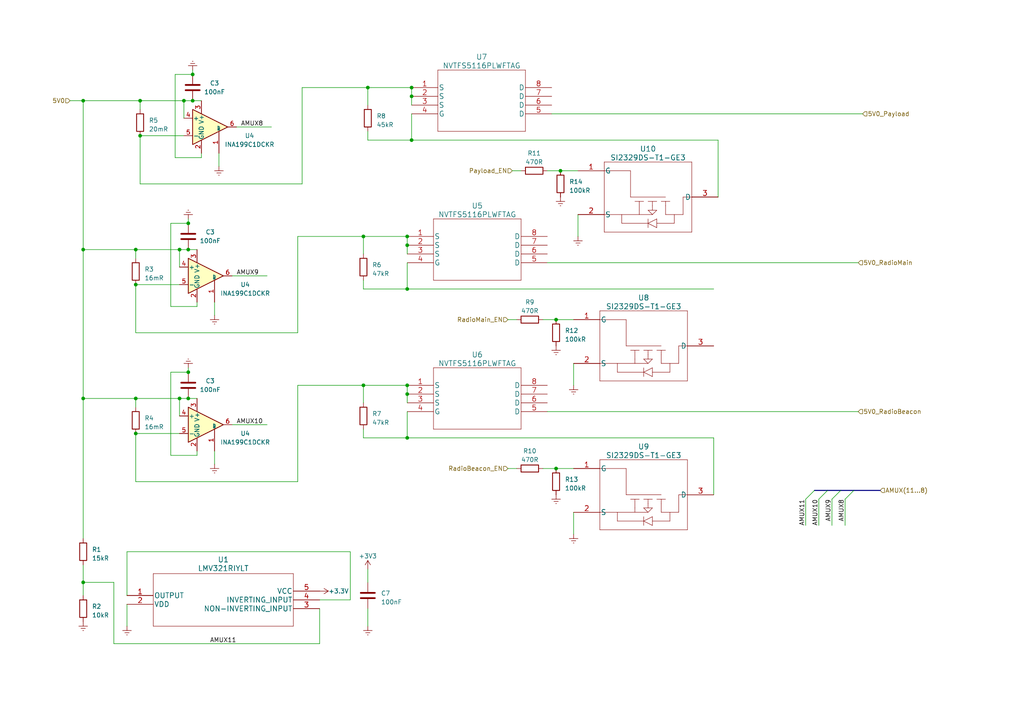
<source format=kicad_sch>
(kicad_sch (version 20230121) (generator eeschema)
  (paper "A4")
  (lib_symbols
    (symbol "Amplifier_Current:INA199xxDCK" (pin_names (offset 0.127))
      (property "Reference" "U" (at 3.81 3.81 0))
      (property "Value" "INA199xxDCK" (at 3.81 -2.54 0))
      (symbol "INA199xxDCK_0_1"
        (polyline (pts (xy 5.08 0) (xy -5.08 5.08) (xy -5.08 -5.08) (xy 5.08 0)) (stroke (width 0.254)) (fill (type background)))
      )
      (symbol "INA199xxDCK_1_1"
        (pin input line (at 2.54 -7.62 90) (length 6.35) (name "REF") (number "1"))
        (pin power_in line (at -2.54 -7.62 90) (length 3.81) (name "GND") (number "2"))
        (pin power_in line (at -2.54 7.62 270) (length 3.81) (name "V+") (number "3"))
        (pin input line (at -7.62 2.54 0) (length 2.54) (name "+") (number "4"))
        (pin input line (at -7.62 -2.54 0) (length 2.54) (name "-") (number "5"))
        (pin output line (at 7.62 0 180) (length 2.54) (name "~") (number "6"))
      )
    )
    (symbol "Device:C" (pin_numbers hide) (pin_names (offset 0.254))
      (property "Reference" "C" (at 0.635 2.54 0))
      (property "Value" "C" (at 0.635 -2.54 0))
      (symbol "C_0_1"
        (polyline (pts (xy -2.032 -0.762) (xy 2.032 -0.762)) (stroke (width 0.508)))
        (polyline (pts (xy -2.032 0.762) (xy 2.032 0.762)) (stroke (width 0.508)))
      )
      (symbol "C_1_1"
        (pin passive line (at 0 3.81 270) (length 2.794) (name "~") (number "1"))
        (pin passive line (at 0 -3.81 90) (length 2.794) (name "~") (number "2"))
      )
    )
    (symbol "Device:R" (pin_numbers hide) (pin_names (offset 0))
      (property "Reference" "R" (at 2.032 0 90))
      (property "Value" "R" (at 0 0 90))
      (symbol "R_0_1"
        (rectangle (start -1.016 -2.54) (end 1.016 2.54) (stroke (width 0.254)))
      )
      (symbol "R_1_1"
        (pin passive line (at 0 3.81 270) (length 1.27) (name "~") (number "1"))
        (pin passive line (at 0 -3.81 90) (length 1.27) (name "~") (number "2"))
      )
    )
    (symbol "LMV321RIYLT:LMV321RIYLT" (pin_names (offset 0.254))
      (property "Reference" "U1" (at 48.26 9.144 0))
      (property "Value" "LMV321RIYLT" (at 48.26 6.604 0))
      (symbol "LMV321RIYLT_1_1"
        (polyline (pts (xy 27.94 -10.16) (xy 68.58 -10.16)) (stroke (width 0.127)))
        (polyline (pts (xy 27.94 5.08) (xy 27.94 -10.16)) (stroke (width 0.127)))
        (polyline (pts (xy 68.58 -10.16) (xy 68.58 5.08)) (stroke (width 0.127)))
        (polyline (pts (xy 68.58 5.08) (xy 27.94 5.08)) (stroke (width 0.127)))
        (pin output line (at 20.32 -1.27 0) (length 7.62) (name "OUTPUT") (number "1"))
        (pin power_in line (at 20.32 -3.81 0) (length 7.62) (name "VDD") (number "2"))
        (pin input line (at 76.2 -5.08 180) (length 7.62) (name "NON-INVERTING_INPUT") (number "3"))
        (pin input line (at 76.2 -2.54 180) (length 7.62) (name "INVERTING_INPUT") (number "4"))
        (pin power_in line (at 76.2 0 180) (length 7.62) (name "VCC") (number "5"))
      )
    )
    (symbol "NVTFS5116PLWFTAG:NVTFS5116PLWFTAG" (pin_names (offset 0.254))
      (property "Reference" "U" (at 20.32 10.16 0))
      (property "Value" "NVTFS5116PLWFTAG" (at 20.32 7.62 0))
      (symbol "NVTFS5116PLWFTAG_1_1"
        (polyline (pts (xy 7.62 -12.7) (xy 33.02 -12.7)) (stroke (width 0.127)))
        (polyline (pts (xy 7.62 5.08) (xy 7.62 -12.7)) (stroke (width 0.127)))
        (polyline (pts (xy 33.02 -12.7) (xy 33.02 5.08)) (stroke (width 0.127)))
        (polyline (pts (xy 33.02 5.08) (xy 7.62 5.08)) (stroke (width 0.127)))
        (pin input line (at 0 0 0) (length 7.62) (name "S") (number "1"))
        (pin input line (at 0 -2.54 0) (length 7.62) (name "S") (number "2"))
        (pin input line (at 0 -5.08 0) (length 7.62) (name "S") (number "3"))
        (pin unspecified line (at 0 -7.62 0) (length 7.62) (name "G") (number "4"))
        (pin output line (at 40.64 -7.62 180) (length 7.62) (name "D") (number "5"))
        (pin output line (at 40.64 -5.08 180) (length 7.62) (name "D") (number "6"))
        (pin output line (at 40.64 -2.54 180) (length 7.62) (name "D") (number "7"))
        (pin output line (at 40.64 0 180) (length 7.62) (name "D") (number "8"))
      )
    )
    (symbol "SI2329DS-T1-GE3:SI2329DS-T1-GE3" (pin_names (offset 0.254))
      (property "Reference" "U" (at 20.32 7.62 0))
      (property "Value" "SI2329DS-T1-GE3" (at 20.32 5.08 0))
      (symbol "SI2329DS-T1-GE3_1_1"
        (polyline (pts (xy 7.62 -17.78) (xy 33.02 -17.78)) (stroke (width 0.127)))
        (polyline (pts (xy 7.62 0) (xy 15.24 0)) (stroke (width 0.127)))
        (polyline (pts (xy 7.62 2.54) (xy 7.62 -17.78)) (stroke (width 0.127)))
        (polyline (pts (xy 12.7 -15.24) (xy 20.32 -15.24)) (stroke (width 0.127)))
        (polyline (pts (xy 12.7 -12.7) (xy 12.7 -15.24)) (stroke (width 0.127)))
        (polyline (pts (xy 15.24 -7.62) (xy 25.4 -7.62)) (stroke (width 0.127)))
        (polyline (pts (xy 15.24 0) (xy 15.24 -7.62)) (stroke (width 0.127)))
        (polyline (pts (xy 17.78 -11.43) (xy 17.78 -12.7)) (stroke (width 0.127)))
        (polyline (pts (xy 17.78 -8.89) (xy 17.78 -11.43)) (stroke (width 0.127)))
        (polyline (pts (xy 19.05 -8.89) (xy 16.51 -8.89)) (stroke (width 0.127)))
        (polyline (pts (xy 20.32 -16.51) (xy 20.32 -13.97)) (stroke (width 0.127)))
        (polyline (pts (xy 20.32 -15.24) (xy 22.86 -13.97)) (stroke (width 0.127)))
        (polyline (pts (xy 20.32 -11.43) (xy 21.59 -12.7)) (stroke (width 0.127)))
        (polyline (pts (xy 20.32 -8.89) (xy 22.86 -8.89)) (stroke (width 0.127)))
        (polyline (pts (xy 21.59 -12.7) (xy 7.62 -12.7)) (stroke (width 0.127)))
        (polyline (pts (xy 21.59 -12.7) (xy 22.86 -11.43)) (stroke (width 0.127)))
        (polyline (pts (xy 21.59 -11.43) (xy 20.32 -11.43)) (stroke (width 0.127)))
        (polyline (pts (xy 21.59 -10.16) (xy 21.59 -11.43)) (stroke (width 0.127)))
        (polyline (pts (xy 21.59 -8.89) (xy 21.59 -10.16)) (stroke (width 0.127)))
        (polyline (pts (xy 22.86 -16.51) (xy 20.32 -15.24)) (stroke (width 0.127)))
        (polyline (pts (xy 22.86 -15.24) (xy 27.94 -15.24)) (stroke (width 0.127)))
        (polyline (pts (xy 22.86 -13.97) (xy 22.86 -16.51)) (stroke (width 0.127)))
        (polyline (pts (xy 22.86 -11.43) (xy 21.59 -11.43)) (stroke (width 0.127)))
        (polyline (pts (xy 25.4 -12.7) (xy 25.4 -10.16)) (stroke (width 0.127)))
        (polyline (pts (xy 25.4 -10.16) (xy 25.4 -8.89)) (stroke (width 0.127)))
        (polyline (pts (xy 25.4 -8.89) (xy 24.13 -8.89)) (stroke (width 0.127)))
        (polyline (pts (xy 25.4 -8.89) (xy 26.67 -8.89)) (stroke (width 0.127)))
        (polyline (pts (xy 27.94 -15.24) (xy 27.94 -12.7)) (stroke (width 0.127)))
        (polyline (pts (xy 30.48 -12.7) (xy 25.4 -12.7)) (stroke (width 0.127)))
        (polyline (pts (xy 30.48 -7.62) (xy 30.48 -12.7)) (stroke (width 0.127)))
        (polyline (pts (xy 33.02 -17.78) (xy 33.02 2.54)) (stroke (width 0.127)))
        (polyline (pts (xy 33.02 -7.62) (xy 30.48 -7.62)) (stroke (width 0.127)))
        (polyline (pts (xy 33.02 2.54) (xy 7.62 2.54)) (stroke (width 0.127)))
        (pin unspecified line (at 0 0 0) (length 7.62) (name "G") (number "1"))
        (pin unspecified line (at 0 -12.7 0) (length 7.62) (name "S") (number "2"))
        (pin unspecified line (at 40.64 -7.62 180) (length 7.62) (name "D") (number "3"))
      )
    )
    (symbol "power:+3.3V" (power) (pin_names (offset 0))
      (property "Value" "+3.3V" (at 0 3.556 0))
      (symbol "+3.3V_0_1"
        (polyline (pts (xy -0.762 1.27) (xy 0 2.54)))
        (polyline (pts (xy 0 0) (xy 0 2.54)))
        (polyline (pts (xy 0 2.54) (xy 0.762 1.27)))
      )
      (symbol "+3.3V_1_1"
        (pin power_in line (at 0 0 90) (length 0) hide (name "+3.3V") (number "1"))
      )
    )
    (symbol "power:+3V3" (power) (pin_names (offset 0))
      (property "Value" "+3V3" (at 0 3.556 0))
      (symbol "+3V3_0_1"
        (polyline (pts (xy -0.762 1.27) (xy 0 2.54)))
        (polyline (pts (xy 0 0) (xy 0 2.54)))
        (polyline (pts (xy 0 2.54) (xy 0.762 1.27)))
      )
      (symbol "+3V3_1_1"
        (pin power_in line (at 0 0 90) (length 0) hide (name "+3V3") (number "1"))
      )
    )
    (symbol "power:Earth" (power) (pin_names (offset 0))
      (symbol "Earth_0_1"
        (polyline (pts (xy -0.635 -1.905) (xy 0.635 -1.905)))
        (polyline (pts (xy -0.127 -2.54) (xy 0.127 -2.54)))
        (polyline (pts (xy 0 -1.27) (xy 0 0)))
        (polyline (pts (xy 1.27 -1.27) (xy -1.27 -1.27)))
      )
      (symbol "Earth_1_1"
        (pin power_in line (at 0 0 270) (length 0) hide (name "Earth") (number "1"))
      )
    )
  )
  (junction (at 118.11 114.3))
  (junction (at 118.11 71.12))
  (junction (at 55.88 21.59))
  (junction (at 118.11 83.82))
  (junction (at 54.61 107.95))
  (junction (at 54.61 64.77))
  (junction (at 118.11 68.58))
  (junction (at 118.11 127))
  (junction (at 40.64 39.37))
  (junction (at 105.41 68.58))
  (junction (at 52.07 72.39))
  (junction (at 105.41 111.76))
  (junction (at 24.13 72.39))
  (junction (at 161.29 135.89))
  (junction (at 118.11 111.76))
  (junction (at 161.29 92.71))
  (junction (at 53.34 29.21))
  (junction (at 119.38 25.4))
  (junction (at 39.37 125.73))
  (junction (at 119.38 40.64))
  (junction (at 162.56 49.53))
  (junction (at 54.61 72.39))
  (junction (at 24.13 168.91))
  (junction (at 24.13 29.21))
  (junction (at 119.38 27.94))
  (junction (at 40.64 29.21))
  (junction (at 39.37 115.57))
  (junction (at 106.68 25.4))
  (junction (at 39.37 72.39))
  (junction (at 55.88 29.21))
  (junction (at 24.13 115.57))
  (junction (at 52.07 115.57))
  (junction (at 39.37 82.55))
  (junction (at 54.61 115.57))
  (bus_entry (at 245.11 144.78) (size 2.54 -2.54))
  (bus_entry (at 233.68 144.78) (size 2.54 -2.54))
  (bus_entry (at 237.49 144.78) (size 2.54 -2.54))
  (bus_entry (at 241.3 144.78) (size 2.54 -2.54))
  (wire (pts (xy 233.68 144.78) (xy 233.68 152.4)))
  (wire (pts (xy 55.88 29.21) (xy 53.34 29.21)))
  (bus (pts (xy 247.65 142.24) (xy 255.27 142.24)))
  (wire (pts (xy 118.11 127) (xy 105.41 127)))
  (wire (pts (xy 86.36 68.58) (xy 105.41 68.58)))
  (wire (pts (xy 151.13 49.53) (xy 148.59 49.53)))
  (wire (pts (xy 39.37 118.11) (xy 39.37 115.57)))
  (wire (pts (xy 241.3 144.78) (xy 241.3 152.4)))
  (wire (pts (xy 62.23 87.63) (xy 62.23 91.44)))
  (wire (pts (xy 208.28 57.15) (xy 208.28 40.64)))
  (wire (pts (xy 86.36 96.52) (xy 86.36 68.58)))
  (wire (pts (xy 119.38 40.64) (xy 106.68 40.64)))
  (wire (pts (xy 57.15 115.57) (xy 54.61 115.57)))
  (wire (pts (xy 245.11 144.78) (xy 245.11 152.4)))
  (wire (pts (xy 54.61 106.68) (xy 54.61 107.95)))
  (wire (pts (xy 87.63 53.34) (xy 87.63 25.4)))
  (wire (pts (xy 39.37 115.57) (xy 52.07 115.57)))
  (wire (pts (xy 24.13 115.57) (xy 24.13 156.21)))
  (wire (pts (xy 68.58 36.83) (xy 78.74 36.83)))
  (wire (pts (xy 58.42 29.21) (xy 55.88 29.21)))
  (wire (pts (xy 33.02 186.69) (xy 33.02 168.91)))
  (wire (pts (xy 54.61 72.39) (xy 52.07 72.39)))
  (wire (pts (xy 39.37 125.73) (xy 52.07 125.73)))
  (wire (pts (xy 105.41 68.58) (xy 105.41 73.66)))
  (wire (pts (xy 105.41 68.58) (xy 118.11 68.58)))
  (wire (pts (xy 40.64 53.34) (xy 87.63 53.34)))
  (wire (pts (xy 36.83 175.26) (xy 36.83 181.61)))
  (wire (pts (xy 87.63 25.4) (xy 106.68 25.4)))
  (wire (pts (xy 24.13 115.57) (xy 39.37 115.57)))
  (wire (pts (xy 49.53 107.95) (xy 54.61 107.95)))
  (wire (pts (xy 118.11 83.82) (xy 105.41 83.82)))
  (wire (pts (xy 24.13 168.91) (xy 24.13 172.72)))
  (wire (pts (xy 101.6 173.99) (xy 101.6 160.02)))
  (wire (pts (xy 39.37 74.93) (xy 39.37 72.39)))
  (wire (pts (xy 39.37 82.55) (xy 39.37 96.52)))
  (wire (pts (xy 166.37 148.59) (xy 166.37 154.94)))
  (wire (pts (xy 106.68 176.53) (xy 106.68 181.61)))
  (wire (pts (xy 39.37 72.39) (xy 52.07 72.39)))
  (wire (pts (xy 39.37 125.73) (xy 39.37 139.7)))
  (bus (pts (xy 243.84 142.24) (xy 247.65 142.24)))
  (wire (pts (xy 158.75 49.53) (xy 162.56 49.53)))
  (wire (pts (xy 101.6 160.02) (xy 36.83 160.02)))
  (wire (pts (xy 207.01 127) (xy 118.11 127)))
  (wire (pts (xy 24.13 72.39) (xy 24.13 115.57)))
  (wire (pts (xy 39.37 96.52) (xy 86.36 96.52)))
  (wire (pts (xy 24.13 29.21) (xy 24.13 72.39)))
  (wire (pts (xy 40.64 29.21) (xy 53.34 29.21)))
  (wire (pts (xy 118.11 114.3) (xy 118.11 116.84)))
  (wire (pts (xy 57.15 87.63) (xy 57.15 88.9)))
  (wire (pts (xy 105.41 111.76) (xy 105.41 116.84)))
  (wire (pts (xy 62.23 130.81) (xy 62.23 134.62)))
  (wire (pts (xy 53.34 29.21) (xy 53.34 34.29)))
  (wire (pts (xy 106.68 38.1) (xy 106.68 40.64)))
  (wire (pts (xy 58.42 45.72) (xy 50.8 45.72)))
  (wire (pts (xy 118.11 71.12) (xy 118.11 73.66)))
  (wire (pts (xy 24.13 72.39) (xy 39.37 72.39)))
  (wire (pts (xy 106.68 25.4) (xy 119.38 25.4)))
  (wire (pts (xy 24.13 163.83) (xy 24.13 168.91)))
  (wire (pts (xy 237.49 144.78) (xy 237.49 152.4)))
  (wire (pts (xy 92.71 173.99) (xy 101.6 173.99)))
  (wire (pts (xy 106.68 165.1) (xy 106.68 168.91)))
  (wire (pts (xy 106.68 25.4) (xy 106.68 30.48)))
  (wire (pts (xy 105.41 111.76) (xy 118.11 111.76)))
  (wire (pts (xy 54.61 63.5) (xy 54.61 64.77)))
  (wire (pts (xy 33.02 186.69) (xy 92.71 186.69)))
  (wire (pts (xy 118.11 68.58) (xy 118.11 71.12)))
  (wire (pts (xy 208.28 40.64) (xy 119.38 40.64)))
  (wire (pts (xy 149.86 92.71) (xy 147.32 92.71)))
  (wire (pts (xy 57.15 72.39) (xy 54.61 72.39)))
  (wire (pts (xy 67.31 123.19) (xy 77.47 123.19)))
  (wire (pts (xy 40.64 39.37) (xy 40.64 53.34)))
  (wire (pts (xy 58.42 44.45) (xy 58.42 45.72)))
  (wire (pts (xy 50.8 21.59) (xy 50.8 45.72)))
  (wire (pts (xy 86.36 139.7) (xy 86.36 111.76)))
  (wire (pts (xy 57.15 132.08) (xy 49.53 132.08)))
  (wire (pts (xy 207.01 83.82) (xy 118.11 83.82)))
  (wire (pts (xy 24.13 29.21) (xy 40.64 29.21)))
  (wire (pts (xy -71.755 275.59) (xy -71.755 259.08)))
  (wire (pts (xy 57.15 88.9) (xy 49.53 88.9)))
  (wire (pts (xy 92.71 186.69) (xy 92.71 176.53)))
  (wire (pts (xy 167.64 62.23) (xy 167.64 68.58)))
  (wire (pts (xy 105.41 124.46) (xy 105.41 127)))
  (wire (pts (xy 54.61 115.57) (xy 52.07 115.57)))
  (wire (pts (xy 63.5 44.45) (xy 63.5 48.26)))
  (wire (pts (xy 119.38 27.94) (xy 119.38 30.48)))
  (wire (pts (xy 149.86 135.89) (xy 147.32 135.89)))
  (wire (pts (xy 39.37 139.7) (xy 86.36 139.7)))
  (wire (pts (xy 161.29 135.89) (xy 166.37 135.89)))
  (wire (pts (xy 39.37 82.55) (xy 52.07 82.55)))
  (wire (pts (xy 33.02 168.91) (xy 24.13 168.91)))
  (wire (pts (xy 105.41 81.28) (xy 105.41 83.82)))
  (bus (pts (xy 236.22 142.24) (xy 240.03 142.24)))
  (wire (pts (xy 161.29 92.71) (xy 166.37 92.71)))
  (wire (pts (xy 67.31 80.01) (xy 77.47 80.01)))
  (wire (pts (xy 57.15 130.81) (xy 57.15 132.08)))
  (wire (pts (xy 158.75 119.38) (xy 248.92 119.38)))
  (wire (pts (xy 55.88 20.32) (xy 55.88 21.59)))
  (wire (pts (xy 157.48 92.71) (xy 161.29 92.71)))
  (wire (pts (xy 118.11 76.2) (xy 118.11 83.82)))
  (wire (pts (xy 52.07 72.39) (xy 52.07 77.47)))
  (wire (pts (xy 86.36 111.76) (xy 105.41 111.76)))
  (wire (pts (xy 119.38 25.4) (xy 119.38 27.94)))
  (wire (pts (xy 40.64 39.37) (xy 53.34 39.37)))
  (wire (pts (xy 36.83 160.02) (xy 36.83 172.72)))
  (wire (pts (xy 162.56 49.53) (xy 167.64 49.53)))
  (wire (pts (xy 52.07 115.57) (xy 52.07 120.65)))
  (wire (pts (xy 49.53 64.77) (xy 49.53 88.9)))
  (wire (pts (xy 40.64 31.75) (xy 40.64 29.21)))
  (wire (pts (xy 166.37 105.41) (xy 166.37 111.76)))
  (bus (pts (xy 240.03 142.24) (xy 243.84 142.24)))
  (wire (pts (xy 49.53 64.77) (xy 54.61 64.77)))
  (wire (pts (xy 24.13 29.21) (xy 20.32 29.21)))
  (wire (pts (xy 160.02 33.02) (xy 250.19 33.02)))
  (wire (pts (xy 49.53 107.95) (xy 49.53 132.08)))
  (wire (pts (xy 118.11 111.76) (xy 118.11 114.3)))
  (wire (pts (xy 207.01 143.51) (xy 207.01 127)))
  (wire (pts (xy 157.48 135.89) (xy 161.29 135.89)))
  (wire (pts (xy 50.8 21.59) (xy 55.88 21.59)))
  (wire (pts (xy 118.11 119.38) (xy 118.11 127)))
  (wire (pts (xy 119.38 33.02) (xy 119.38 40.64)))
  (wire (pts (xy 158.75 76.2) (xy 248.92 76.2)))
  (label "AMUX8" (at 245.11 144.78 270))
  (label "AMUX8" (at 69.85 36.83 0))
  (label "AMUX9" (at 241.3 144.78 270))
  (label "AMUX11" (at 68.58 186.69 180))
  (label "AMUX11" (at 233.68 144.78 270))
  (label "AMUX9" (at 68.58 80.01 0))
  (label "AMUX10" (at 68.58 123.19 0))
  (label "AMUX10" (at 237.49 144.78 270))
  (hierarchical_label "AMUX(11...8)" (shape input) (at 255.27 142.24 0))
  (hierarchical_label "5V0_RadioMain" (shape input) (at 248.92 76.2 0))
  (hierarchical_label "5V0_Payload" (shape input) (at 250.19 33.02 0))
  (hierarchical_label "RadioMain_EN" (shape input) (at 147.32 92.71 180))
  (hierarchical_label "5V0_RadioBeacon" (shape input) (at 248.92 119.38 0))
  (hierarchical_label "5V0" (shape input) (at 20.32 29.21 180))
  (hierarchical_label "Payload_EN" (shape input) (at 148.59 49.53 180))
  (hierarchical_label "RadioBeacon_EN" (shape input) (at 147.32 135.89 180))
  (symbol (lib_id "power:Earth") (at 162.56 57.15 0) (unit 1)
    (property "Reference" "#PWR012" (effects hide))
    (property "Value" "Earth" (effects hide))
    (instances (project "EPS Analógico 2.0" (path "" (reference "#PWR012") (unit 1)) (path "" (reference "#PWR027") (unit 1))) (project "EPS Analogico" (path "" (reference "#PWR04") (unit 1))))
  )
  (symbol (lib_id "power:Earth") (at 167.64 68.58 0) (unit 1)
    (property "Reference" "#PWR015" (effects hide))
    (property "Value" "Earth" (effects hide))
    (instances (project "EPS Analógico 2.0" (path "" (reference "#PWR015") (unit 1)) (path "" (reference "#PWR030") (unit 1))) (project "EPS Analogico" (path "" (reference "#PWR03") (unit 1))))
  )
  (symbol (lib_id "Device:R") (at 24.13 160.02 180) (unit 1)
    (property "Reference" "R1" (at 26.67 159.385 0) (effects (justify right)))
    (property "Value" "15kR" (at 26.67 161.925 0) (effects (justify right)))
    (instances (project "EPS Analógico 2.0" (path "" (reference "R1") (unit 1)) (path "" (reference "R15") (unit 1))) (project "EPS Analogico" (path "" (reference "R13") (unit 1))))
  )
  (symbol (lib_id "power:Earth") (at 106.68 181.61 0) (unit 1)
    (property "Reference" "#PWR032" (effects hide))
    (property "Value" "Earth" (effects hide))
    (instances (project "EPS Analógico 2.0" (path "" (reference "#PWR032") (unit 1)) (path "" (reference "#PWR034") (unit 1))) (project "EPS Analogico" (path "" (reference "#PWR016") (unit 1))))
  )
  (symbol (lib_id "power:Earth") (at 54.61 106.68 180) (unit 1)
    (property "Reference" "#PWR05" (effects hide))
    (property "Value" "Earth" (effects hide))
    (instances (project "EPS Analógico 2.0" (path "" (reference "#PWR05") (unit 1)) (path "" (reference "#PWR019") (unit 1))) (project "EPS Analogico" (path "" (reference "#PWR02") (unit 1))))
  )
  (symbol (lib_id "Device:R") (at 162.56 53.34 0) (unit 1)
    (property "Reference" "R14" (at 165.1 52.705 0) (effects (justify left)))
    (property "Value" "100kR" (at 165.1 55.245 0) (effects (justify left)))
    (instances (project "EPS Analógico 2.0" (path "" (reference "R14") (unit 1)) (path "" (reference "R28") (unit 1))) (project "EPS Analogico" (path "" (reference "R3") (unit 1))))
  )
  (symbol (lib_id "Device:R") (at 105.41 120.65 0) (unit 1)
    (property "Reference" "R7" (at 107.95 120.015 0) (effects (justify left)))
    (property "Value" "47kR" (at 107.95 122.555 0) (effects (justify left)))
    (instances (project "EPS Analógico 2.0" (path "" (reference "R7") (unit 1)) (path "" (reference "R21") (unit 1))) (project "EPS Analogico" (path "" (reference "R10") (unit 1))))
  )
  (symbol (lib_id "Amplifier_Current:INA199xxDCK") (at 60.96 36.83 0) (unit 1)
    (property "Reference" "U4" (at 72.39 39.37 0))
    (property "Value" "INA199C1DCKR" (at 72.39 41.91 0))
    (property "Footprint" "Package_TO_SOT_SMD:SOT-363_SC-70-6" (effects hide))
    (property "Datasheet" "http://www.ti.com/lit/ds/symlink/ina199.pdf" (effects hide))
    (instances (project "EPS Analógico 2.0" (path "" (reference "U4") (unit 1)) (path "" (reference "U14") (unit 1))) (project "EPS Analogico" (path "" (reference "U1") (unit 1))))
  )
  (symbol (lib_id "power:Earth") (at 55.88 20.32 180) (unit 1)
    (property "Reference" "#PWR05" (effects hide))
    (property "Value" "Earth" (effects hide))
    (instances (project "EPS Analógico 2.0" (path "" (reference "#PWR05") (unit 1)) (path "" (reference "#PWR020") (unit 1))) (project "EPS Analogico" (path "" (reference "#PWR02") (unit 1))))
  )
  (symbol (lib_id "LMV321RIYLT:LMV321RIYLT") (at 16.51 171.45 0) (unit 1)
    (property "Reference" "U1" (at 64.77 162.306 0) (effects (font (size 1.524 1.524))))
    (property "Value" "LMV321RIYLT" (at 64.77 164.846 0) (effects (font (size 1.524 1.524))))
    (property "Footprint" "SOT23-5_STM" (effects hide))
    (instances (project "EPS Analógico 2.0" (path "" (reference "U1") (unit 1)) (path "" (reference "U11") (unit 1))) (project "EPS Analogico" (path "" (reference "U10") (unit 1))))
  )
  (symbol (lib_id "Device:R") (at 105.41 77.47 0) (unit 1)
    (property "Reference" "R6" (at 107.95 76.835 0) (effects (justify left)))
    (property "Value" "47kR" (at 107.95 79.375 0) (effects (justify left)))
    (instances (project "EPS Analógico 2.0" (path "" (reference "R6") (unit 1)) (path "" (reference "R20") (unit 1))) (project "EPS Analogico" (path "" (reference "R6") (unit 1))))
  )
  (symbol (lib_id "power:Earth") (at 54.61 63.5 180) (unit 1)
    (property "Reference" "#PWR05" (effects hide))
    (property "Value" "Earth" (effects hide))
    (instances (project "EPS Analógico 2.0" (path "" (reference "#PWR05") (unit 1)) (path "" (reference "#PWR018") (unit 1))) (project "EPS Analogico" (path "" (reference "#PWR02") (unit 1))))
  )
  (symbol (lib_id "power:+3.3V") (at 92.71 171.45 270) (unit 1)
    (property "Reference" "#PWR09" (effects hide))
    (property "Value" "+3.3V" (at 95.25 171.45 90) (effects (justify left)))
    (instances (project "EPS Analógico 2.0" (path "" (reference "#PWR09") (unit 1)) (path "" (reference "#PWR024") (unit 1))) (project "EPS Analogico" (path "" (reference "#PWR015") (unit 1))))
  )
  (symbol (lib_id "Device:R") (at 161.29 96.52 0) (unit 1)
    (property "Reference" "R12" (at 163.83 95.885 0) (effects (justify left)))
    (property "Value" "100kR" (at 163.83 98.425 0) (effects (justify left)))
    (instances (project "EPS Analógico 2.0" (path "" (reference "R12") (unit 1)) (path "" (reference "R26") (unit 1))) (project "EPS Analogico" (path "" (reference "R8") (unit 1))))
  )
  (symbol (lib_id "Device:R") (at 39.37 121.92 180) (unit 1)
    (property "Reference" "R4" (at 41.91 121.285 0) (effects (justify right)))
    (property "Value" "16mR" (at 41.91 123.825 0) (effects (justify right)))
    (instances (project "EPS Analógico 2.0" (path "" (reference "R4") (unit 1)) (path "" (reference "R18") (unit 1))) (project "EPS Analogico" (path "" (reference "R9") (unit 1))))
  )
  (symbol (lib_id "NVTFS5116PLWFTAG:NVTFS5116PLWFTAG") (at 118.11 111.76 0) (unit 1)
    (property "Reference" "U6" (at 138.43 102.87 0) (effects (font (size 1.524 1.524))))
    (property "Value" "NVTFS5116PLWFTAG" (at 138.43 105.41 0) (effects (font (size 1.524 1.524))))
    (property "Footprint" "WDFN8_3P30X3P30_ONS" (effects hide))
    (instances (project "EPS Analógico 2.0" (path "" (reference "U6") (unit 1)) (path "" (reference "U16") (unit 1))) (project "EPS Analogico" (path "" (reference "U8") (unit 1))))
  )
  (symbol (lib_id "Device:R") (at 153.67 135.89 90) (unit 1)
    (property "Reference" "R10" (at 153.67 130.81 90))
    (property "Value" "470R" (at 153.67 133.35 90))
    (instances (project "EPS Analógico 2.0" (path "" (reference "R10") (unit 1)) (path "" (reference "R24") (unit 1))) (project "EPS Analogico" (path "" (reference "R11") (unit 1))))
  )
  (symbol (lib_id "Device:C") (at 54.61 68.58 0) (unit 1)
    (property "Reference" "C3" (at 60.96 67.31 0))
    (property "Value" "100nF" (at 60.96 69.85 0))
    (instances (project "EPS Analógico 2.0" (path "" (reference "C3") (unit 1)) (path "" (reference "C4") (unit 1))) (project "EPS Analogico" (path "" (reference "C1") (unit 1))))
  )
  (symbol (lib_id "power:Earth") (at 24.13 180.34 0) (unit 1)
    (property "Reference" "#PWR01" (effects hide))
    (property "Value" "Earth" (effects hide))
    (instances (project "EPS Analógico 2.0" (path "" (reference "#PWR01") (unit 1)) (path "" (reference "#PWR016") (unit 1))) (project "EPS Analogico" (path "" (reference "#PWR013") (unit 1))))
  )
  (symbol (lib_id "NVTFS5116PLWFTAG:NVTFS5116PLWFTAG") (at 119.38 25.4 0) (unit 1)
    (property "Reference" "U7" (at 139.7 16.51 0) (effects (font (size 1.524 1.524))))
    (property "Value" "NVTFS5116PLWFTAG" (at 139.7 19.05 0) (effects (font (size 1.524 1.524))))
    (property "Footprint" "WDFN8_3P30X3P30_ONS" (effects hide))
    (instances (project "EPS Analógico 2.0" (path "" (reference "U7") (unit 1)) (path "" (reference "U17") (unit 1))) (project "EPS Analogico" (path "" (reference "U2") (unit 1))))
  )
  (symbol (lib_id "Device:R") (at 106.68 34.29 0) (unit 1)
    (property "Reference" "R8" (at 109.22 33.655 0) (effects (justify left)))
    (property "Value" "45kR" (at 109.22 36.195 0) (effects (justify left)))
    (instances (project "EPS Analógico 2.0" (path "" (reference "R8") (unit 1)) (path "" (reference "R22") (unit 1))) (project "EPS Analogico" (path "" (reference "R2") (unit 1))))
  )
  (symbol (lib_id "Device:C") (at 106.68 172.72 0) (unit 1)
    (property "Reference" "C7" (at 110.49 172.085 0) (effects (justify left)))
    (property "Value" "100nF" (at 110.49 174.625 0) (effects (justify left)))
    (instances (project "EPS Analógico 2.0" (path "" (reference "C7") (unit 1)) (path "" (reference "C8") (unit 1))))
  )
  (symbol (lib_id "power:Earth") (at 63.5 48.26 0) (unit 1)
    (property "Reference" "#PWR08" (effects hide))
    (property "Value" "Earth" (effects hide))
    (instances (project "EPS Analógico 2.0" (path "" (reference "#PWR08") (unit 1)) (path "" (reference "#PWR043") (unit 1))) (project "EPS Analogico" (path "" (reference "#PWR01") (unit 1))))
  )
  (symbol (lib_id "Device:C") (at 54.61 111.76 0) (unit 1)
    (property "Reference" "C3" (at 60.96 110.49 0))
    (property "Value" "100nF" (at 60.96 113.03 0))
    (instances (project "EPS Analógico 2.0" (path "" (reference "C3") (unit 1)) (path "" (reference "C5") (unit 1))) (project "EPS Analogico" (path "" (reference "C1") (unit 1))))
  )
  (symbol (lib_id "Device:R") (at 154.94 49.53 90) (unit 1)
    (property "Reference" "R11" (at 154.94 44.45 90))
    (property "Value" "470R" (at 154.94 46.99 90))
    (instances (project "EPS Analógico 2.0" (path "" (reference "R11") (unit 1)) (path "" (reference "R25") (unit 1))) (project "EPS Analogico" (path "" (reference "R4") (unit 1))))
  )
  (symbol (lib_id "Device:R") (at 39.37 78.74 180) (unit 1)
    (property "Reference" "R3" (at 41.91 78.105 0) (effects (justify right)))
    (property "Value" "16mR" (at 41.91 80.645 0) (effects (justify right)))
    (instances (project "EPS Analógico 2.0" (path "" (reference "R3") (unit 1)) (path "" (reference "R17") (unit 1))) (project "EPS Analogico" (path "" (reference "R5") (unit 1))))
  )
  (symbol (lib_id "power:Earth") (at 166.37 154.94 0) (unit 1)
    (property "Reference" "#PWR014" (effects hide))
    (property "Value" "Earth" (effects hide))
    (instances (project "EPS Analógico 2.0" (path "" (reference "#PWR014") (unit 1)) (path "" (reference "#PWR029") (unit 1))) (project "EPS Analogico" (path "" (reference "#PWR012") (unit 1))))
  )
  (symbol (lib_id "Device:R") (at 153.67 92.71 90) (unit 1)
    (property "Reference" "R9" (at 153.67 87.63 90))
    (property "Value" "470R" (at 153.67 90.17 90))
    (instances (project "EPS Analógico 2.0" (path "" (reference "R9") (unit 1)) (path "" (reference "R23") (unit 1))) (project "EPS Analogico" (path "" (reference "R7") (unit 1))))
  )
  (symbol (lib_id "Amplifier_Current:INA199xxDCK") (at 59.69 80.01 0) (unit 1)
    (property "Reference" "U4" (at 71.12 82.55 0))
    (property "Value" "INA199C1DCKR" (at 71.12 85.09 0))
    (property "Footprint" "Package_TO_SOT_SMD:SOT-363_SC-70-6" (effects hide))
    (property "Datasheet" "http://www.ti.com/lit/ds/symlink/ina199.pdf" (effects hide))
    (instances (project "EPS Analógico 2.0" (path "" (reference "U4") (unit 1)) (path "" (reference "U12") (unit 1))) (project "EPS Analogico" (path "" (reference "U1") (unit 1))))
  )
  (symbol (lib_id "power:Earth") (at 161.29 100.33 0) (unit 1)
    (property "Reference" "#PWR010" (effects hide))
    (property "Value" "Earth" (effects hide))
    (instances (project "EPS Analógico 2.0" (path "" (reference "#PWR010") (unit 1)) (path "" (reference "#PWR025") (unit 1))) (project "EPS Analogico" (path "" (reference "#PWR07") (unit 1))))
  )
  (symbol (lib_id "Device:R") (at 161.29 139.7 0) (unit 1)
    (property "Reference" "R13" (at 163.83 139.065 0) (effects (justify left)))
    (property "Value" "100kR" (at 163.83 141.605 0) (effects (justify left)))
    (instances (project "EPS Analógico 2.0" (path "" (reference "R13") (unit 1)) (path "" (reference "R27") (unit 1))) (project "EPS Analogico" (path "" (reference "R12") (unit 1))))
  )
  (symbol (lib_id "SI2329DS-T1-GE3:SI2329DS-T1-GE3") (at 166.37 92.71 0) (unit 1)
    (property "Reference" "U8" (at 186.69 86.36 0) (effects (font (size 1.524 1.524))))
    (property "Value" "SI2329DS-T1-GE3" (at 186.69 88.9 0) (effects (font (size 1.524 1.524))))
    (property "Footprint" "SOT_DS-T1-GE3_VIS" (effects hide))
    (instances (project "EPS Analógico 2.0" (path "" (reference "U8") (unit 1)) (path "" (reference "U18") (unit 1))) (project "EPS Analogico" (path "" (reference "U6") (unit 1))))
  )
  (symbol (lib_id "Device:C") (at 55.88 25.4 0) (unit 1)
    (property "Reference" "C3" (at 62.23 24.13 0))
    (property "Value" "100nF" (at 62.23 26.67 0))
    (instances (project "EPS Analógico 2.0" (path "" (reference "C3") (unit 1)) (path "" (reference "C6") (unit 1))) (project "EPS Analogico" (path "" (reference "C1") (unit 1))))
  )
  (symbol (lib_id "SI2329DS-T1-GE3:SI2329DS-T1-GE3") (at 167.64 49.53 0) (unit 1)
    (property "Reference" "U10" (at 187.96 43.18 0) (effects (font (size 1.524 1.524))))
    (property "Value" "SI2329DS-T1-GE3" (at 187.96 45.72 0) (effects (font (size 1.524 1.524))))
    (property "Footprint" "SOT_DS-T1-GE3_VIS" (effects hide))
    (instances (project "EPS Analógico 2.0" (path "" (reference "U10") (unit 1)) (path "" (reference "U20") (unit 1))) (project "EPS Analogico" (path "" (reference "U3") (unit 1))))
  )
  (symbol (lib_id "power:Earth") (at 161.29 143.51 0) (unit 1)
    (property "Reference" "#PWR011" (effects hide))
    (property "Value" "Earth" (effects hide))
    (instances (project "EPS Analógico 2.0" (path "" (reference "#PWR011") (unit 1)) (path "" (reference "#PWR026") (unit 1))) (project "EPS Analogico" (path "" (reference "#PWR011") (unit 1))))
  )
  (symbol (lib_id "power:Earth") (at 36.83 181.61 0) (unit 1)
    (property "Reference" "#PWR02" (effects hide))
    (property "Value" "Earth" (effects hide))
    (instances (project "EPS Analógico 2.0" (path "" (reference "#PWR02") (unit 1)) (path "" (reference "#PWR017") (unit 1))) (project "EPS Analogico" (path "" (reference "#PWR016") (unit 1))))
  )
  (symbol (lib_id "SI2329DS-T1-GE3:SI2329DS-T1-GE3") (at 166.37 135.89 0) (unit 1)
    (property "Reference" "U9" (at 186.69 129.54 0) (effects (font (size 1.524 1.524))))
    (property "Value" "SI2329DS-T1-GE3" (at 186.69 132.08 0) (effects (font (size 1.524 1.524))))
    (property "Footprint" "SOT_DS-T1-GE3_VIS" (effects hide))
    (instances (project "EPS Analógico 2.0" (path "" (reference "U9") (unit 1)) (path "" (reference "U19") (unit 1))) (project "EPS Analogico" (path "" (reference "U9") (unit 1))))
  )
  (symbol (lib_id "Amplifier_Current:INA199xxDCK") (at 59.69 123.19 0) (unit 1)
    (property "Reference" "U4" (at 71.12 125.73 0))
    (property "Value" "INA199C1DCKR" (at 71.12 128.27 0))
    (property "Footprint" "Package_TO_SOT_SMD:SOT-363_SC-70-6" (effects hide))
    (property "Datasheet" "http://www.ti.com/lit/ds/symlink/ina199.pdf" (effects hide))
    (instances (project "EPS Analógico 2.0" (path "" (reference "U4") (unit 1)) (path "" (reference "U13") (unit 1))) (project "EPS Analogico" (path "" (reference "U1") (unit 1))))
  )
  (symbol (lib_id "Device:R") (at 40.64 35.56 180) (unit 1)
    (property "Reference" "R5" (at 43.18 34.925 0) (effects (justify right)))
    (property "Value" "20mR" (at 43.18 37.465 0) (effects (justify right)))
    (instances (project "EPS Analógico 2.0" (path "" (reference "R5") (unit 1)) (path "" (reference "R19") (unit 1))) (project "EPS Analogico" (path "" (reference "R1") (unit 1))))
  )
  (symbol (lib_id "power:Earth") (at 62.23 91.44 0) (unit 1)
    (property "Reference" "#PWR08" (effects hide))
    (property "Value" "Earth" (effects hide))
    (instances (project "EPS Analógico 2.0" (path "" (reference "#PWR08") (unit 1)) (path "" (reference "#PWR044") (unit 1))) (project "EPS Analogico" (path "" (reference "#PWR01") (unit 1))))
  )
  (symbol (lib_id "power:Earth") (at 166.37 111.76 0) (unit 1)
    (property "Reference" "#PWR013" (effects hide))
    (property "Value" "Earth" (effects hide))
    (instances (project "EPS Analógico 2.0" (path "" (reference "#PWR013") (unit 1)) (path "" (reference "#PWR028") (unit 1))) (project "EPS Analogico" (path "" (reference "#PWR08") (unit 1))))
  )
  (symbol (lib_id "power:Earth") (at 62.23 134.62 0) (unit 1)
    (property "Reference" "#PWR08" (effects hide))
    (property "Value" "Earth" (effects hide))
    (instances (project "EPS Analógico 2.0" (path "" (reference "#PWR08") (unit 1)) (path "" (reference "#PWR046") (unit 1))) (project "EPS Analogico" (path "" (reference "#PWR01") (unit 1))))
  )
  (symbol (lib_id "Device:R") (at 24.13 176.53 180) (unit 1)
    (property "Reference" "R2" (at 26.67 175.895 0) (effects (justify right)))
    (property "Value" "10kR" (at 26.67 178.435 0) (effects (justify right)))
    (instances (project "EPS Analógico 2.0" (path "" (reference "R2") (unit 1)) (path "" (reference "R16") (unit 1))) (project "EPS Analogico" (path "" (reference "R14") (unit 1))))
  )
  (symbol (lib_id "power:+3V3") (at 106.68 165.1 0) (unit 1)
    (property "Reference" "#PWR031" (effects hide))
    (property "Value" "+3V3" (at 106.68 161.29 0))
    (instances (project "EPS Analógico 2.0" (path "" (reference "#PWR031") (unit 1)) (path "" (reference "#PWR033") (unit 1))))
  )
  (symbol (lib_id "NVTFS5116PLWFTAG:NVTFS5116PLWFTAG") (at 118.11 68.58 0) (unit 1)
    (property "Reference" "U5" (at 138.43 59.69 0) (effects (font (size 1.524 1.524))))
    (property "Value" "NVTFS5116PLWFTAG" (at 138.43 62.23 0) (effects (font (size 1.524 1.524))))
    (property "Footprint" "WDFN8_3P30X3P30_ONS" (effects hide))
    (instances (project "EPS Analógico 2.0" (path "" (reference "U5") (unit 1)) (path "" (reference "U15") (unit 1))) (project "EPS Analogico" (path "" (reference "U5") (unit 1))))
  )
)
</source>
